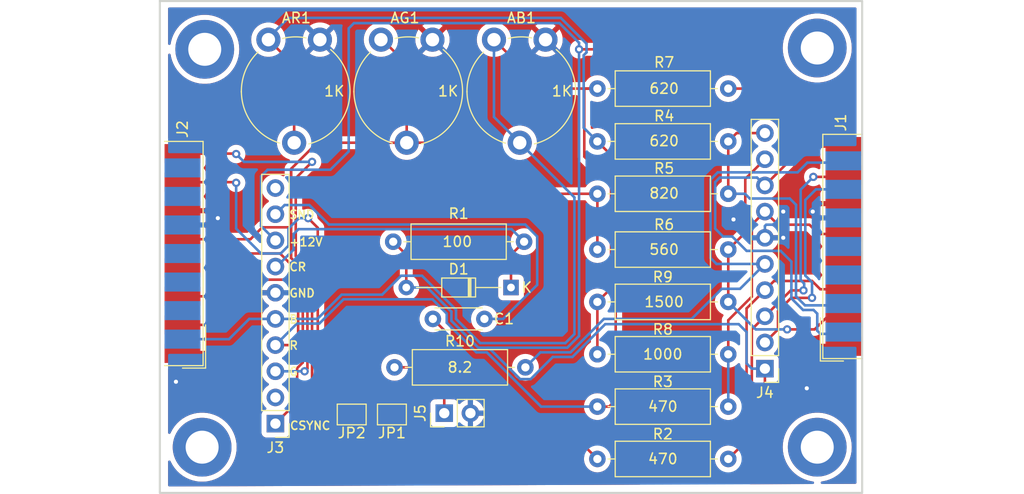
<source format=kicad_pcb>
(kicad_pcb (version 20221018) (generator pcbnew)
  (layers (0 "F.Cu" signal) (31 "B.Cu" signal) (34 "B.Paste" user) (35 "F.Paste" user) (36 "B.SilkS" user "B.Silkscreen") (37 "F.SilkS" user "F.Silkscreen") (38 "B.Mask" user) (39 "F.Mask" user) (44 "Edge.Cuts" user))
  (net 0 "")
  (net 1 "Audio")
  (net 2 "Net-(J5-Pin_1)")
  (net 3 "CR")
  (net 4 "+12V_T")
  (net 5 "XRGB4")
  (net 6 "SyncTTLLS")
  (net 8 "XRGB1")
  (net 9 "GNDB")
  (net 10 "-5V_T")
  (net 11 "XRGB2")
  (net 12 "XRGB8")
  (net 13 "-12V_T")
  (net 14 "+5V_T")
  (net 15 "R")
  (net 16 "CSYNC")
  (net 18 "G")
  (net 19 "-5V_R")
  (net 20 "+12V_R")
  (net 21 "B")
  (footprint "Connector_Dsub:DSUB-15_Female_EdgeMount_P2.77mm" (layer "F.Cu") (at 34.925 43.436805 -90)
    (fp_text reference "J2" (at -12.067805 0 90) (layer "F.SilkS"))
    (fp_text value "DA15_Plug_MountingHoles")
    (pad "1" smd rect (at 9.695 0 270) (size 1.846667 3.48) (layers "F.Cu" "F.Paste" "F.Mask") (net 9 "GNDB"))
    (pad "2" smd rect (at 6.925 0 270) (size 1.846667 3.48) (layers "F.Cu" "F.Paste" "F.Mask") (net 15 "R"))
    (pad "3" smd rect (at 4.155 0 270) (size 1.846667 3.48) (layers "F.Cu" "F.Paste" "F.Mask") (net 16 "CSYNC"))
    (pad "4" smd rect (at 1.385 0 270) (size 1.846667 3.48) (layers "F.Cu" "F.Paste" "F.Mask"))
    (pad "5" smd rect (at -1.385 0 270) (size 1.846667 3.48) (layers "F.Cu" "F.Paste" "F.Mask") (net 18 "G"))
    (pad "6" smd rect (at -4.155 0 270) (size 1.846667 3.48) (layers "F.Cu" "F.Paste" "F.Mask") (net 9 "GNDB"))
    (pad "7" smd rect (at -6.925 0 270) (size 1.846667 3.48) (layers "F.Cu" "F.Paste" "F.Mask") (net 19 "-5V_R"))
    (pad "8" smd rect (at -9.695 0 270) (size 1.846667 3.48) (layers "F.Cu" "F.Paste" "F.Mask") (net 20 "+12V_R"))
    (pad "9" smd rect (at 8.31 0 270) (size 1.846667 3.48) (layers "B.Cu" "B.Paste" "B.Mask") (net 21 "B"))
    (pad "10" smd rect (at 5.54 0 270) (size 1.846667 3.48) (layers "B.Cu" "B.Paste" "B.Mask"))
    (pad "11" smd rect (at 2.77 0 270) (size 1.846667 3.48) (layers "B.Cu" "B.Paste" "B.Mask"))
    (pad "12" smd rect (at 0 0 270) (size 1.846667 3.48) (layers "B.Cu" "B.Paste" "B.Mask"))
    (pad "13" smd rect (at -2.77 0 270) (size 1.846667 3.48) (layers "B.Cu" "B.Paste" "B.Mask") (net 9 "GNDB"))
    (pad "14" smd rect (at -5.54 0 270) (size 1.846667 3.48) (layers "B.Cu" "B.Paste" "B.Mask"))
    (pad "15" smd rect (at -8.31 0 270) (size 1.846667 3.48) (layers "B.Cu" "B.Paste" "B.Mask"))
  )
  (footprint "Capacitor_THT:C_Disc_D4.3mm_W1.9mm_P5.00mm" (layer "F.Cu") (at 64.222 49.784 180)
    (fp_text reference "C1" (at -1.905 0) (layer "F.SilkS"))
    (fp_text value "KSM104 (100nF)")
    (pad "1" thru_hole circle (at 0 0 180) (size 1.6 1.6) (drill 0.8) (layers "*.Cu" "*.Mask") (net 1 "Audio"))
    (pad "2" thru_hole circle (at 5 0 180) (size 1.6 1.6) (drill 0.8) (layers "*.Cu" "*.Mask") (net 2 "Net-(J5-Pin_1)"))
  )
  (footprint "Resistor_THT:R_Axial_DIN0309_L9.0mm_D3.2mm_P12.70mm_Horizontal" (layer "F.Cu") (at 55.372 42.291)
    (fp_text reference "R1" (at 6.35 -2.72) (layer "F.SilkS"))
    (fp_text value "100" (at 6.223 0) (layer "F.SilkS"))
    (pad "1" thru_hole circle (at 0 0) (size 1.6 1.6) (drill 0.8) (layers "*.Cu" "*.Mask") (net 4 "+12V_T"))
    (pad "2" thru_hole oval (at 12.7 0) (size 1.6 1.6) (drill 0.8) (layers "*.Cu" "*.Mask") (net 3 "CR"))
  )
  (footprint "Resistor_THT:R_Axial_DIN0309_L9.0mm_D3.2mm_P12.70mm_Horizontal" (layer "F.Cu") (at 87.884 43.053 180)
    (fp_text reference "R6" (at 6.223 2.413) (layer "F.SilkS"))
    (fp_text value "560" (at 6.223 0) (layer "F.SilkS"))
    (pad "1" thru_hole circle (at 0 0 180) (size 1.6 1.6) (drill 0.8) (layers "*.Cu" "*.Mask") (net 5 "XRGB4"))
    (pad "2" thru_hole oval (at 12.7 0 180) (size 1.6 1.6) (drill 0.8) (layers "*.Cu" "*.Mask") (net 18 "G"))
  )
  (footprint "MountingHole:MountingHole_3.2mm_M3_ISO7380_Pad" (layer "F.Cu") (at 96.52 23.495)
    (fp_text reference "REF**" hide)
    (fp_text value "MountingHole_3.2mm_M3_ISO7380_Pad" hide)
    (pad "1" thru_hole circle (at 0 0) (size 5.7 5.7) (drill 3.2) (layers "*.Cu" "*.Mask"))
  )
  (footprint "MountingHole:MountingHole_3.2mm_M3_ISO7380_Pad" (layer "F.Cu") (at 96.52 62.23)
    (fp_text reference "REF**" hide)
    (fp_text value "MountingHole_3.2mm_M3_ISO7380_Pad" hide)
    (pad "1" thru_hole circle (at 0 0) (size 5.7 5.7) (drill 3.2) (layers "*.Cu" "*.Mask"))
  )
  (footprint "Diode_THT:D_DO-34_SOD68_P10.16mm_Horizontal" (layer "F.Cu") (at 66.802 46.736 180)
    (fp_text reference "D1" (at 5.08 1.778) (layer "F.SilkS"))
    (fp_text value "D_Zener")
    (fp_text user "K" (at -1.524 0) (layer "F.SilkS"))
    (pad "1" thru_hole rect (at 0 0 180) (size 1.5 1.5) (drill 0.75) (layers "*.Cu" "*.Mask") (net 3 "CR"))
    (pad "2" thru_hole oval (at 10.16 0 180) (size 1.5 1.5) (drill 0.75) (layers "*.Cu" "*.Mask") (net 4 "+12V_T"))
  )
  (footprint "Jumper:SolderJumper-2_P1.3mm_Open_TrianglePad1.0x1.5mm" (layer "F.Cu") (at 51.345 59.055 180)
    (fp_text reference "JP2" (at 0 -1.8) (layer "F.SilkS"))
    (fp_text value "Jumper_2_Open")
    (pad "1" smd custom (at -0.725 0 180) (size 0.3 0.3) (layers "F.Cu" "F.Mask") (net 4 "+12V_T") (options (clearance outline) (anchor rect)) (primitives (gr_poly (pts (xy 1 0) (xy 0.5 0.75) (xy -0.5 0.75) (xy -0.5 -0.75) (xy 0.5 -0.75)) (width 0) (fill yes))))
    (pad "2" smd custom (at 0.725 0 180) (size 0.3 0.3) (layers "F.Cu" "F.Mask") (net 20 "+12V_R") (options (clearance outline) (anchor rect)) (primitives (gr_poly (pts (xy 0.5 0.75) (xy -0.65 0.75) (xy -0.15 0) (xy -0.65 -0.75) (xy 0.5 -0.75)) (width 0) (fill yes))))
  )
  (footprint "Potentiometer_THT:Potentiometer_Piher_PT-10-V10_Vertical" (layer "F.Cu") (at 54.182 22.686 -90)
    (fp_text reference "AG1" (at -2.112 -2.333) (layer "F.SilkS"))
    (fp_text value "1K" (at 5 -6.524) (layer "F.SilkS"))
    (pad "1" thru_hole circle (at 0 0 270) (size 2.34 2.34) (drill 1.3) (layers "*.Cu" "*.Mask") (net 18 "G"))
    (pad "2" thru_hole circle (at 10 -2.5 270) (size 2.34 2.34) (drill 1.3) (layers "*.Cu" "*.Mask") (net 18 "G"))
    (pad "3" thru_hole circle (at 0 -5 270) (size 2.34 2.34) (drill 1.3) (layers "*.Cu" "*.Mask") (net 9 "GNDB"))
  )
  (footprint "Connector_Dsub:DSUB-15_Male_EdgeMount_P2.77mm" (layer "F.Cu") (at 99.06 42.751 90)
    (fp_text reference "J1" (at 12.017 -0.254 90) (layer "F.SilkS"))
    (fp_text value "DA15_Plug_MountingHoles")
    (pad "1" smd rect (at -9.695 0 90) (size 1.846667 3.48) (layers "F.Cu" "F.Paste" "F.Mask") (net 9 "GNDB"))
    (pad "2" smd rect (at -6.925 0 90) (size 1.846667 3.48) (layers "F.Cu" "F.Paste" "F.Mask") (net 5 "XRGB4"))
    (pad "3" smd rect (at -4.155 0 90) (size 1.846667 3.48) (layers "F.Cu" "F.Paste" "F.Mask") (net 6 "SyncTTLLS"))
    (pad "4" smd rect (at -1.385 0 90) (size 1.846667 3.48) (layers "F.Cu" "F.Paste" "F.Mask"))
    (pad "5" smd rect (at 1.385 0 90) (size 1.846667 3.48) (layers "F.Cu" "F.Paste" "F.Mask") (net 8 "XRGB1"))
    (pad "6" smd rect (at 4.155 0 90) (size 1.846667 3.48) (layers "F.Cu" "F.Paste" "F.Mask") (net 9 "GNDB"))
    (pad "7" smd rect (at 6.925 0 90) (size 1.846667 3.48) (layers "F.Cu" "F.Paste" "F.Mask") (net 10 "-5V_T"))
    (pad "8" smd rect (at 9.695 0 90) (size 1.846667 3.48) (layers "F.Cu" "F.Paste" "F.Mask") (net 4 "+12V_T"))
    (pad "9" smd rect (at -8.31 0 90) (size 1.846667 3.48) (layers "B.Cu" "B.Paste" "B.Mask") (net 11 "XRGB2"))
    (pad "10" smd rect (at -5.54 0 90) (size 1.846667 3.48) (layers "B.Cu" "B.Paste" "B.Mask") (net 12 "XRGB8"))
    (pad "11" smd rect (at -2.77 0 90) (size 1.846667 3.48) (layers "B.Cu" "B.Paste" "B.Mask"))
    (pad "12" smd rect (at 0 0 90) (size 1.846667 3.48) (layers "B.Cu" "B.Paste" "B.Mask"))
    (pad "13" smd rect (at 2.77 0 90) (size 1.846667 3.48) (layers "B.Cu" "B.Paste" "B.Mask") (net 9 "GNDB"))
    (pad "14" smd rect (at 5.54 0 90) (size 1.846667 3.48) (layers "B.Cu" "B.Paste" "B.Mask") (net 13 "-12V_T"))
    (pad "15" smd rect (at 8.31 0 90) (size 1.846667 3.48) (layers "B.Cu" "B.Paste" "B.Mask") (net 14 "+5V_T"))
  )
  (footprint "Resistor_THT:R_Axial_DIN0309_L9.0mm_D3.2mm_P12.70mm_Horizontal" (layer "F.Cu") (at 87.884 58.293 180)
    (fp_text reference "R3" (at 6.35 2.413) (layer "F.SilkS"))
    (fp_text value "470" (at 6.35 0) (layer "F.SilkS"))
    (pad "1" thru_hole circle (at 0 0 180) (size 1.6 1.6) (drill 0.8) (layers "*.Cu" "*.Mask") (net 8 "XRGB1"))
    (pad "2" thru_hole oval (at 12.7 0 180) (size 1.6 1.6) (drill 0.8) (layers "*.Cu" "*.Mask") (net 15 "R"))
  )
  (footprint "Resistor_THT:R_Axial_DIN0309_L9.0mm_D3.2mm_P12.70mm_Horizontal" (layer "F.Cu") (at 87.884 37.639805 180)
    (fp_text reference "R5" (at 6.223 2.460805) (layer "F.SilkS"))
    (fp_text value "820" (at 6.223 0.047805) (layer "F.SilkS"))
    (pad "1" thru_hole circle (at 0 0 180) (size 1.6 1.6) (drill 0.8) (layers "*.Cu" "*.Mask") (net 12 "XRGB8"))
    (pad "2" thru_hole oval (at 12.7 0 180) (size 1.6 1.6) (drill 0.8) (layers "*.Cu" "*.Mask") (net 18 "G"))
  )
  (footprint "Resistor_THT:R_Axial_DIN0309_L9.0mm_D3.2mm_P12.70mm_Horizontal" (layer "F.Cu") (at 55.499 54.483)
    (fp_text reference "R10" (at 6.35 -2.54) (layer "F.SilkS"))
    (fp_text value "8.2" (at 6.35 0) (layer "F.SilkS"))
    (pad "1" thru_hole circle (at 0 0) (size 1.6 1.6) (drill 0.8) (layers "*.Cu" "*.Mask") (net 2 "Net-(J5-Pin_1)"))
    (pad "2" thru_hole oval (at 12.7 0) (size 1.6 1.6) (drill 0.8) (layers "*.Cu" "*.Mask") (net 14 "+5V_T"))
  )
  (footprint "Potentiometer_THT:Potentiometer_Piher_PT-10-V10_Vertical" (layer "F.Cu") (at 65.151 22.686 -90)
    (fp_text reference "AB1" (at -2.112 -2.667 -180) (layer "F.SilkS"))
    (fp_text value "1K" (at 5 -6.604 -180) (layer "F.SilkS"))
    (pad "1" thru_hole circle (at 0 0 270) (size 2.34 2.34) (drill 1.3) (layers "*.Cu" "*.Mask") (net 21 "B"))
    (pad "2" thru_hole circle (at 10 -2.5 270) (size 2.34 2.34) (drill 1.3) (layers "*.Cu" "*.Mask") (net 21 "B"))
    (pad "3" thru_hole circle (at 0 -5 270) (size 2.34 2.34) (drill 1.3) (layers "*.Cu" "*.Mask") (net 9 "GNDB"))
  )
  (footprint "Connector_PinHeader_2.54mm:PinHeader_1x02_P2.54mm_Vertical" (layer "F.Cu") (at 60.325 58.928 90)
    (fp_text reference "J5" (at 0 -2.33 90) (layer "F.SilkS"))
    (fp_text value "Conn_01x02_Pin")
    (pad "1" thru_hole rect (at 0 0 90) (size 1.7 1.7) (drill 1) (layers "*.Cu" "*.Mask") (net 2 "Net-(J5-Pin_1)"))
    (pad "2" thru_hole oval (at 0 2.54 90) (size 1.7 1.7) (drill 1) (layers "*.Cu" "*.Mask") (net 9 "GNDB"))
  )
  (footprint "Resistor_THT:R_Axial_DIN0309_L9.0mm_D3.2mm_P12.70mm_Horizontal" (layer "F.Cu") (at 87.884 27.432 180)
    (fp_text reference "R7" (at 6.223 2.54) (layer "F.SilkS"))
    (fp_text value "620" (at 6.223 0) (layer "F.SilkS"))
    (pad "1" thru_hole circle (at 0 0 180) (size 1.6 1.6) (drill 0.8) (layers "*.Cu" "*.Mask") (net 11 "XRGB2"))
    (pad "2" thru_hole oval (at 12.7 0 180) (size 1.6 1.6) (drill 0.8) (layers "*.Cu" "*.Mask") (net 21 "B"))
  )
  (footprint "MountingHole:MountingHole_3.2mm_M3_ISO7380_Pad" (layer "F.Cu") (at 37.084 23.622)
    (fp_text reference "REF**" hide)
    (fp_text value "MountingHole_3.2mm_M3_ISO7380_Pad")
    (pad "1" thru_hole circle (at 0 0) (size 5.7 5.7) (drill 3.2) (layers "*.Cu" "*.Mask"))
  )
  (footprint "Connector_PinHeader_2.54mm:PinHeader_1x10_P2.54mm_Vertical" (layer "F.Cu") (at 43.942 59.944 180)
    (fp_text reference "J3" (at 0 -2.33) (layer "F.SilkS"))
    (fp_text value "Conn_01x10_Pin")
    (pad "1" thru_hole rect (at 0 0 180) (size 1.7 1.7) (drill 1) (layers "*.Cu" "*.Mask") (net 16 "CSYNC"))
    (pad "2" thru_hole oval (at 0 2.54 180) (size 1.7 1.7) (drill 1) (layers "*.Cu" "*.Mask"))
    (pad "3" thru_hole oval (at 0 5.08 180) (size 1.7 1.7) (drill 1) (layers "*.Cu" "*.Mask") (net 18 "G"))
    (pad "4" thru_hole oval (at 0 7.62 180) (size 1.7 1.7) (drill 1) (layers "*.Cu" "*.Mask") (net 15 "R"))
    (pad "5" thru_hole oval (at 0 10.16 180) (size 1.7 1.7) (drill 1) (layers "*.Cu" "*.Mask") (net 21 "B"))
    (pad "6" thru_hole oval (at 0 12.7 180) (size 1.7 1.7) (drill 1) (layers "*.Cu" "*.Mask") (net 9 "GNDB"))
    (pad "7" thru_hole oval (at 0 15.24 180) (size 1.7 1.7) (drill 1) (layers "*.Cu" "*.Mask") (net 3 "CR"))
    (pad "8" thru_hole oval (at 0 17.78 180) (size 1.7 1.7) (drill 1) (layers "*.Cu" "*.Mask") (net 4 "+12V_T"))
    (pad "9" thru_hole oval (at 0 20.32 180) (size 1.7 1.7) (drill 1) (layers "*.Cu" "*.Mask") (net 1 "Audio"))
    (pad "10" thru_hole oval (at 0 22.86 180) (size 1.7 1.7) (drill 1) (layers "*.Cu" "*.Mask"))
  )
  (footprint "Resistor_THT:R_Axial_DIN0309_L9.0mm_D3.2mm_P12.70mm_Horizontal" (layer "F.Cu") (at 87.884 32.559805 180)
    (fp_text reference "R4" (at 6.223 2.460805) (layer "F.SilkS"))
    (fp_text value "620" (at 6.223 0.047805) (layer "F.SilkS"))
    (pad "1" thru_hole circle (at 0 0 180) (size 1.6 1.6) (drill 0.8) (layers "*.Cu" "*.Mask") (net 12 "XRGB8"))
    (pad "2" thru_hole oval (at 12.7 0 180) (size 1.6 1.6) (drill 0.8) (layers "*.Cu" "*.Mask") (net 15 "R"))
  )
  (footprint "Potentiometer_THT:Potentiometer_Piher_PT-10-V10_Vertical" (layer "F.Cu") (at 43.26 22.686 -90)
    (fp_text reference "AR1" (at -2.112 -2.714 -180) (layer "F.SilkS"))
    (fp_text value "1K" (at 5 -6.397 180) (layer "F.SilkS"))
    (pad "1" thru_hole circle (at 0 0 270) (size 2.34 2.34) (drill 1.3) (layers "*.Cu" "*.Mask") (net 15 "R"))
    (pad "2" thru_hole circle (at 10 -2.5 270) (size 2.34 2.34) (drill 1.3) (layers "*.Cu" "*.Mask") (net 15 "R"))
    (pad "3" thru_hole circle (at 0 -5 270) (size 2.34 2.34) (drill 1.3) (layers "*.Cu" "*.Mask") (net 9 "GNDB"))
  )
  (footprint "Jumper:SolderJumper-2_P1.3mm_Open_TrianglePad1.0x1.5mm" (layer "F.Cu") (at 55.245 59.055 180)
    (fp_text reference "JP1" (at 0 -1.8) (layer "F.SilkS"))
    (fp_text value "Jumper_2_Open")
    (pad "1" smd custom (at -0.725 0 180) (size 0.3 0.3) (layers "F.Cu" "F.Mask") (net 10 "-5V_T") (options (clearance outline) (anchor rect)) (primitives (gr_poly (pts (xy 1 0) (xy 0.5 0.75) (xy -0.5 0.75) (xy -0.5 -0.75) (xy 0.5 -0.75)) (width 0) (fill yes))))
    (pad "2" smd custom (at 0.725 0 180) (size 0.3 0.3) (layers "F.Cu" "F.Mask") (net 19 "-5V_R") (options (clearance outline) (anchor rect)) (primitives (gr_poly (pts (xy 0.5 0.75) (xy -0.65 0.75) (xy -0.15 0) (xy -0.65 -0.75) (xy 0.5 -0.75)) (width 0) (fill yes))))
  )
  (footprint "Resistor_THT:R_Axial_DIN0309_L9.0mm_D3.2mm_P12.70mm_Horizontal" (layer "F.Cu") (at 87.884 48.133 180)
    (fp_text reference "R9" (at 6.35 2.413) (layer "F.SilkS"))
    (fp_text value "1500" (at 6.223 0) (layer "F.SilkS"))
    (pad "1" thru_hole circle (at 0 0 180) (size 1.6 1.6) (drill 0.8) (layers "*.Cu" "*.Mask") (net 5 "XRGB4"))
    (pad "2" thru_hole oval (at 12.7 0 180) (size 1.6 1.6) (drill 0.8) (layers "*.Cu" "*.Mask") (net 21 "B"))
  )
  (footprint "Connector_PinHeader_2.54mm:PinHeader_1x10_P2.54mm_Vertical" (layer "F.Cu") (at 91.44 54.61 180)
    (fp_text reference "J4" (at 0 -2.33) (layer "F.SilkS"))
    (fp_text value "Conn_01x10_Pin")
    (pad "1" thru_hole rect (at 0 0 180) (size 1.7 1.7) (drill 1) (layers "*.Cu" "*.Mask") (net 4 "+12V_T"))
    (pad "2" thru_hole oval (at 0 2.54 180) (size 1.7 1.7) (drill 1) (layers "*.Cu" "*.Mask") (net 13 "-12V_T"))
    (pad "3" thru_hole oval (at 0 5.08 180) (size 1.7 1.7) (drill 1) (layers "*.Cu" "*.Mask") (net 10 "-5V_T"))
    (pad "4" thru_hole oval (at 0 7.62 180) (size 1.7 1.7) (drill 1) (layers "*.Cu" "*.Mask") (net 6 "SyncTTLLS"))
    (pad "5" thru_hole oval (at 0 10.16 180) (size 1.7 1.7) (drill 1) (layers "*.Cu" "*.Mask") (net 14 "+5V_T"))
    (pad "6" thru_hole oval (at 0 12.7 180) (size 1.7 1.7) (drill 1) (layers "*.Cu" "*.Mask") (net 9 "GNDB"))
    (pad "7" thru_hole oval (at 0 15.24 180) (size 1.7 1.7) (drill 1) (layers "*.Cu" "*.Mask") (net 8 "XRGB1"))
    (pad "8" thru_hole oval (at 0 17.78 180) (size 1.7 1.7) (drill 1) (layers "*.Cu" "*.Mask") (net 11 "XRGB2"))
    (pad "9" thru_hole oval (at 0 20.32 180) (size 1.7 1.7) (drill 1) (layers "*.Cu" "*.Mask") (net 5 "XRGB4"))
    (pad "10" thru_hole oval (at 0 22.86 180) (size 1.7 1.7) (drill 1) (layers "*.Cu" "*.Mask") (net 12 "XRGB8"))
  )
  (footprint "Resistor_THT:R_Axial_DIN0309_L9.0mm_D3.2mm_P12.70mm_Horizontal" (layer "F.Cu") (at 87.884 63.373 180)
    (fp_text reference "R2" (at 6.35 2.413) (layer "F.SilkS"))
    (fp_text value "470" (at 6.35 0) (layer "F.SilkS"))
    (pad "1" thru_hole circle (at 0 0 180) (size 1.6 1.6) (drill 0.8) (layers "*.Cu" "*.Mask") (net 6 "SyncTTLLS"))
    (pad "2" thru_hole oval (at 12.7 0 180) (size 1.6 1.6) (drill 0.8) (layers "*.Cu" "*.Mask") (net 16 "CSYNC"))
  )
  (footprint "Resistor_THT:R_Axial_DIN0309_L9.0mm_D3.2mm_P12.70mm_Horizontal" (layer "F.Cu") (at 87.884 53.213 180)
    (fp_text reference "R8" (at 6.35 2.413) (layer "F.SilkS"))
    (fp_text value "1000" (at 6.35 0) (layer "F.SilkS"))
    (pad "1" thru_hole circle (at 0 0 180) (size 1.6 1.6) (drill 0.8) (layers "*.Cu" "*.Mask") (net 8 "XRGB1"))
    (pad "2" thru_hole oval (at 12.7 0 180) (size 1.6 1.6) (drill 0.8) (layers "*.Cu" "*.Mask") (net 21 "B"))
  )
  (footprint "MountingHole:MountingHole_3.2mm_M3_ISO7380_Pad" (layer "F.Cu") (at 36.83 62.23)
    (fp_text reference "REF**" hide)
    (fp_text value "MountingHole_3.2mm_M3_ISO7380_Pad" hide)
    (pad "1" thru_hole circle (at 0 0) (size 5.7 5.7) (drill 3.2) (layers "*.Cu" "*.Mask"))
  )
  (gr_rect (start 32.726805 18.936805) (end 100.876805 66.666805) (stroke (width 0.2)) (fill none) (layer "Edge.Cuts"))
  (gr_text "B" (at 45.212 50.292) (layer "F.SilkS") (effects (font (size 0.8 0.8) (thickness 0.15) bold) (justify left bottom)))
  (gr_text "CR" (at 45.212 45.212) (layer "F.SilkS") (effects (font (size 0.8 0.8) (thickness 0.15) bold) (justify left bottom)))
  (gr_text "SND" (at 45.212 40.132) (layer "F.SilkS") (effects (font (size 0.8 0.8) (thickness 0.15) bold) (justify left bottom)))
  (gr_text "GND" (at 45.212 47.752) (layer "F.SilkS") (effects (font (size 0.8 0.8) (thickness 0.15) bold) (justify left bottom)))
  (gr_text "G" (at 45.212 55.372) (layer "F.SilkS") (effects (font (size 0.8 0.8) (thickness 0.15) bold) (justify left bottom)))
  (gr_text "R" (at 45.212 52.832) (layer "F.SilkS") (effects (font (size 0.8 0.8) (thickness 0.15) bold) (justify left bottom)))
  (gr_text "+12V" (at 45.212 42.799) (layer "F.SilkS") (effects (font (size 0.8 0.8) (thickness 0.15) bold) (justify left bottom)))
  (gr_text "CSYNC\n" (at 45.272 60.609) (layer "F.SilkS") (effects (font (size 0.8 0.8) (thickness 0.15) bold) (justify left bottom)))
  (segment (start 47.244 38.735) (end 49.132 40.623) (width 0.25) (layer "B.Cu") (net 1))
  (segment (start 69.342 46.482) (end 66.04 49.784) (width 0.25) (layer "B.Cu") (net 1))
  (segment (start 69.342 41.783) (end 69.342 46.482) (width 0.25) (layer "B.Cu") (net 1))
  (segment (start 66.04 49.784) (end 64.222 49.784) (width 0.25) (layer "B.Cu") (net 1))
  (segment (start 43.942 39.624) (end 44.831 38.735) (width 0.25) (layer "B.Cu") (net 1))
  (segment (start 44.831 38.735) (end 47.244 38.735) (width 0.25) (layer "B.Cu") (net 1))
  (segment (start 68.182 40.623) (end 69.342 41.783) (width 0.25) (layer "B.Cu") (net 1))
  (segment (start 49.132 40.623) (end 68.182 40.623) (width 0.25) (layer "B.Cu") (net 1))
  (segment (start 59.222 49.784) (end 60.325 50.887) (width 0.25) (layer "F.Cu") (net 2))
  (segment (start 60.325 50.887) (end 60.325 54.483) (width 0.25) (layer "F.Cu") (net 2))
  (segment (start 60.325 58.928) (end 60.325 54.483) (width 0.25) (layer "F.Cu") (net 2))
  (segment (start 60.325 54.483) (end 55.499 54.483) (width 0.25) (layer "F.Cu") (net 2))
  (segment (start 68.072 42.291) (end 66.802 43.561) (width 0.25) (layer "F.Cu") (net 3))
  (segment (start 66.802 43.561) (end 66.802 46.736) (width 0.25) (layer "F.Cu") (net 3))
  (segment (start 44.069 44.704) (end 45.72 43.053) (width 0.25) (layer "B.Cu") (net 3))
  (segment (start 43.942 44.704) (end 44.069 44.704) (width 0.25) (layer "B.Cu") (net 3))
  (segment (start 45.72 43.053) (end 45.72 41.529) (width 0.25) (layer "B.Cu") (net 3))
  (segment (start 66.854 41.073) (end 68.072 42.291) (width 0.25) (layer "B.Cu") (net 3))
  (segment (start 45.72 41.529) (end 46.176 41.073) (width 0.25) (layer "B.Cu") (net 3))
  (segment (start 46.176 41.073) (end 66.854 41.073) (width 0.25) (layer "B.Cu") (net 3))
  (segment (start 94.107 31.496) (end 95.667 33.056) (width 0.25) (layer "F.Cu") (net 4))
  (segment (start 89.027 23.622) (end 94.107 28.702) (width 0.25) (layer "F.Cu") (net 4))
  (segment (start 73.406 23.622) (end 89.027 23.622) (width 0.25) (layer "F.Cu") (net 4))
  (segment (start 53.843 61.41) (end 76.013604 61.41) (width 0.25) (layer "F.Cu") (net 4))
  (segment (start 91.44 56.134) (end 91.44 54.61) (width 0.25) (layer "F.Cu") (net 4))
  (segment (start 55.372 42.291) (end 56.642 43.561) (width 0.25) (layer "F.Cu") (net 4))
  (segment (start 56.642 43.561) (end 56.642 46.736) (width 0.25) (layer "F.Cu") (net 4))
  (segment (start 52.07 59.055) (end 52.07 59.637) (width 0.25) (layer "F.Cu") (net 4))
  (segment (start 90.62 64.066) (end 90.62 56.954) (width 0.25) (layer "F.Cu") (net 4))
  (segment (start 52.07 59.637) (end 53.843 61.41) (width 0.25) (layer "F.Cu") (net 4))
  (segment (start 76.013604 61.41) (end 80.204604 65.601) (width 0.25) (layer "F.Cu") (net 4))
  (segment (start 90.62 56.954) (end 91.44 56.134) (width 0.25) (layer "F.Cu") (net 4))
  (segment (start 94.107 28.702) (end 94.107 31.496) (width 0.25) (layer "F.Cu") (net 4))
  (segment (start 95.667 33.056) (end 99.06 33.056) (width 0.25) (layer "F.Cu") (net 4))
  (segment (start 89.085 65.601) (end 90.62 64.066) (width 0.25) (layer "F.Cu") (net 4))
  (segment (start 80.204604 65.601) (end 89.085 65.601) (width 0.25) (layer "F.Cu") (net 4))
  (via (at 73.406 23.622) (size 0.8) (drill 0.4) (layers "F.Cu" "B.Cu") (net 4))
  (segment (start 72.76 53.478) (end 75.946 50.292) (width 0.25) (layer "B.Cu") (net 4))
  (segment (start 73.406 22.987) (end 71.501 21.082) (width 0.25) (layer "B.Cu") (net 4))
  (segment (start 63.628396 52.578) (end 72.264396 52.578) (width 0.25) (layer "B.Cu") (net 4))
  (segment (start 73.406 51.436396) (end 73.406 23.622) (width 0.25) (layer "B.Cu") (net 4))
  (segment (start 70.855 53.478) (end 72.76 53.478) (width 0.25) (layer "B.Cu") (net 4))
  (segment (start 71.501 21.082) (end 51.561515 21.082) (width 0.25) (layer "B.Cu") (net 4))
  (segment (start 61.018 49.081396) (end 61.018 49.967604) (width 0.25) (layer "B.Cu") (net 4))
  (segment (start 88.9 50.292) (end 89.662 51.054) (width 0.25) (layer "B.Cu") (net 4))
  (segment (start 64.643 52.578) (end 67.691 55.626) (width 0.25) (layer "B.Cu") (net 4))
  (segment (start 75.946 50.292) (end 88.9 50.292) (width 0.25) (layer "B.Cu") (net 4))
  (segment (start 64.516 52.578) (end 64.643 52.578) (width 0.25) (layer "B.Cu") (net 4))
  (segment (start 73.406 23.622) (end 73.406 22.987) (width 0.25) (layer "B.Cu") (net 4))
  (segment (start 42.545 40.767) (end 43.942 42.164) (width 0.25) (layer "B.Cu") (net 4))
  (segment (start 51.054 33.528) (end 49.276 35.306) (width 0.25) (layer "B.Cu") (net 4))
  (segment (start 67.691 55.626) (end 68.707 55.626) (width 0.25) (layer "B.Cu") (net 4))
  (segment (start 42.545 35.941) (end 42.545 40.767) (width 0.25) (layer "B.Cu") (net 4))
  (segment (start 56.642 46.736) (end 58.672604 46.736) (width 0.25) (layer "B.Cu") (net 4))
  (segment (start 72.264396 52.578) (end 73.406 51.436396) (width 0.25) (layer "B.Cu") (net 4))
  (segment (start 49.276 35.306) (end 43.18 35.306) (width 0.25) (layer "B.Cu") (net 4))
  (segment (start 89.662 54.102) (end 90.17 54.61) (width 0.25) (layer "B.Cu") (net 4))
  (segment (start 68.707 55.626) (end 70.855 53.478) (width 0.25) (layer "B.Cu") (net 4))
  (segment (start 61.018 49.967604) (end 63.628396 52.578) (width 0.25) (layer "B.Cu") (net 4))
  (segment (start 51.054 21.589515) (end 51.054 33.528) (width 0.25) (layer "B.Cu") (net 4))
  (segment (start 89.662 51.054) (end 89.662 54.102) (width 0.25) (layer "B.Cu") (net 4))
  (segment (start 58.672604 46.736) (end 61.018 49.081396) (width 0.25) (layer "B.Cu") (net 4))
  (segment (start 90.17 54.61) (end 91.44 54.61) (width 0.25) (layer "B.Cu") (net 4))
  (segment (start 51.561515 21.082) (end 51.054 21.589515) (width 0.25) (layer "B.Cu") (net 4))
  (segment (start 43.18 35.306) (end 42.545 35.941) (width 0.25) (layer "B.Cu") (net 4))
  (segment (start 97.39 49.676) (end 99.06 49.676) (width 0.25) (layer "F.Cu") (net 5))
  (segment (start 91.44 34.29) (end 89.535 36.195) (width 0.25) (layer "F.Cu") (net 5))
  (segment (start 89.535 36.195) (end 89.535 41.402) (width 0.25) (layer "F.Cu") (net 5))
  (segment (start 96.266 50.8) (end 97.39 49.676) (width 0.25) (layer "F.Cu") (net 5))
  (segment (start 93.599 50.8) (end 96.266 50.8) (width 0.25) (layer "F.Cu") (net 5))
  (segment (start 89.535 41.402) (end 87.884 43.053) (width 0.25) (layer "F.Cu") (net 5))
  (segment (start 87.884 43.053) (end 87.884 48.133) (width 0.25) (layer "F.Cu") (net 5))
  (via (at 93.599 50.8) (size 0.8) (drill 0.4) (layers "F.Cu" "B.Cu") (net 5))
  (segment (start 90.551 50.8) (end 87.884 48.133) (width 0.25) (layer "B.Cu") (net 5))
  (segment (start 93.599 50.8) (end 90.551 50.8) (width 0.25) (layer "B.Cu") (net 5))
  (segment (start 96.817 46.906) (end 99.06 46.906) (width 0.25) (layer "F.Cu") (net 6))
  (segment (start 92.329 46.101) (end 96.012 46.101) (width 0.25) (layer "F.Cu") (net 6))
  (segment (start 96.012 46.101) (end 96.817 46.906) (width 0.25) (layer "F.Cu") (net 6))
  (segment (start 89.662 61.595) (end 89.662 48.768) (width 0.25) (layer "F.Cu") (net 6))
  (segment (start 91.44 46.99) (end 92.329 46.101) (width 0.25) (layer "F.Cu") (net 6))
  (segment (start 89.662 48.768) (end 91.44 46.99) (width 0.25) (layer "F.Cu") (net 6))
  (segment (start 87.884 63.373) (end 89.662 61.595) (width 0.25) (layer "F.Cu") (net 6))
  (segment (start 87.884 49.909604) (end 87.884 53.213) (width 0.25) (layer "F.Cu") (net 8))
  (segment (start 90.17 47.623604) (end 87.884 49.909604) (width 0.25) (layer "F.Cu") (net 8))
  (segment (start 91.44 39.37) (end 92.71 40.64) (width 0.25) (layer "F.Cu") (net 8))
  (segment (start 95.758 40.64) (end 96.659 41.541) (width 0.25) (layer "F.Cu") (net 8))
  (segment (start 91.44 39.37) (end 90.17 40.64) (width 0.25) (layer "F.Cu") (net 8))
  (segment (start 96.659 41.541) (end 98.9555 41.541) (width 0.25) (layer "F.Cu") (net 8))
  (segment (start 92.71 40.64) (end 95.758 40.64) (width 0.25) (layer "F.Cu") (net 8))
  (segment (start 90.17 40.64) (end 90.17 47.623604) (width 0.25) (layer "F.Cu") (net 8))
  (segment (start 87.884 58.293) (end 87.884 53.213) (width 0.25) (layer "B.Cu") (net 8))
  (segment (start 38.746 52.821) (end 38.435195 53.131805) (width 0.25) (layer "F.Cu") (net 9))
  (segment (start 96.083219 39.37) (end 96.857219 38.596) (width 0.25) (layer "F.Cu") (net 9))
  (segment (start 38.746 47.614) (end 38.746 52.821) (width 0.25) (layer "F.Cu") (net 9))
  (segment (start 38.354 40.005) (end 37.630805 39.281805) (width 0.25) (layer "F.Cu") (net 9))
  (segment (start 39.116 47.244) (end 38.746 47.614) (width 0.25) (layer "F.Cu") (net 9))
  (segment (start 37.630805 39.281805) (end 34.925 39.281805) (width 0.25) (layer "F.Cu") (net 9))
  (segment (start 93.218 39.37) (end 96.083219 39.37) (width 0.25) (layer "F.Cu") (net 9))
  (segment (start 38.435195 53.131805) (end 34.925 53.131805) (width 0.25) (layer "F.Cu") (net 9))
  (segment (start 34.29 55.88) (end 34.29 53.766805) (width 0.25) (layer "F.Cu") (net 9))
  (segment (start 93.218 41.91) (end 91.44 41.91) (width 0.25) (layer "F.Cu") (net 9))
  (segment (start 43.942 47.244) (end 39.116 47.244) (width 0.25) (layer "F.Cu") (net 9))
  (segment (start 96.857219 38.596) (end 99.06 38.596) (width 0.25) (layer "F.Cu") (net 9))
  (segment (start 34.29 53.766805) (end 34.925 53.131805) (width 0.25) (layer "F.Cu") (net 9))
  (segment (start 34.572046 53.131805) (end 34.925 53.131805) (width 0.25) (layer "F.Cu") (net 9))
  (via (at 95.504 56.515) (size 0.8) (drill 0.4) (layers "F.Cu" "B.Cu") (net 9))
  (via (at 96.083219 39.37) (size 0.8) (drill 0.4) (layers "F.Cu" "B.Cu") (net 9))
  (via (at 88.392 40.132) (size 0.8) (drill 0.4) (layers "F.Cu" "B.Cu") (net 9))
  (via (at 93.218 39.37) (size 0.8) (drill 0.4) (layers "F.Cu" "B.Cu") (net 9))
  (via (at 38.354 40.005) (size 0.8) (drill 0.4) (layers "F.Cu" "B.Cu") (net 9))
  (via (at 34.29 55.88) (size 0.8) (drill 0.4) (layers "F.Cu" "B.Cu") (net 9))
  (via (at 93.218 41.91) (size 0.8) (drill 0.4) (layers "F.Cu" "B.Cu") (net 9))
  (segment (start 37.692195 40.666805) (end 34.925 40.666805) (width 0.25) (layer "B.Cu") (net 9))
  (segment (start 96.75 39.981) (end 99.06 39.981) (width 0.25) (layer "B.Cu") (net 9))
  (segment (start 91.44 40.767) (end 91.44 41.91) (width 0.25) (layer "B.Cu") (net 9))
  (segment (start 96.083219 39.37) (end 96.139 39.37) (width 0.25) (layer "B.Cu") (net 9))
  (segment (start 96.139 39.37) (end 96.75 39.981) (width 0.25) (layer "B.Cu") (net 9))
  (segment (start 93.218 39.37) (end 93.218 40.386) (width 0.25) (layer "B.Cu") (net 9))
  (segment (start 92.964 40.64) (end 91.567 40.64) (width 0.25) (layer "B.Cu") (net 9))
  (segment (start 93.218 40.386) (end 92.964 40.64) (width 0.25) (layer "B.Cu") (net 9))
  (segment (start 91.567 40.64) (end 91.44 40.767) (width 0.25) (layer "B.Cu") (net 9))
  (segment (start 38.354 40.005) (end 37.692195 40.666805) (width 0.25) (layer "B.Cu") (net 9))
  (segment (start 80.391 65.151) (end 88.898604 65.151) (width 0.25) (layer "F.Cu") (net 10))
  (segment (start 88.898604 65.151) (end 90.17 63.879604) (width 0.25) (layer "F.Cu") (net 10))
  (segment (start 76.2 60.96) (end 80.391 65.151) (width 0.25) (layer "F.Cu") (net 10))
  (segment (start 95.183219 47.017) (end 93.953 47.017) (width 0.25) (layer "F.Cu") (net 10))
  (segment (start 90.17 50.8) (end 91.44 49.53) (width 0.25) (layer "F.Cu") (net 10))
  (segment (start 55.97 59.055) (end 57.875 60.96) (width 0.25) (layer "F.Cu") (net 10))
  (segment (start 57.875 60.96) (end 76.2 60.96) (width 0.25) (layer "F.Cu") (net 10))
  (segment (start 93.953 47.017) (end 91.44 49.53) (width 0.25) (layer "F.Cu") (net 10))
  (segment (start 96.139 36.001) (end 98.9555 36.001) (width 0.25) (layer "F.Cu") (net 10))
  (segment (start 90.17 63.879604) (end 90.17 50.8) (width 0.25) (layer "F.Cu") (net 10))
  (via (at 95.183219 47.017) (size 0.8) (drill 0.4) (layers "F.Cu" "B.Cu") (net 10))
  (via (at 96.139 36.001) (size 0.8) (drill 0.4) (layers "F.Cu" "B.Cu") (net 10))
  (segment (start 94.908719 46.013719) (end 95.25 46.355) (width 0.25) (layer "B.Cu") (net 10))
  (segment (start 95.25 46.950219) (end 95.183219 47.017) (width 0.25) (layer "B.Cu") (net 10))
  (segment (start 95.25 46.355) (end 95.25 46.950219) (width 0.25) (layer "B.Cu") (net 10))
  (segment (start 94.908719 37.231281) (end 94.908719 46.013719) (width 0.25) (layer "B.Cu") (net 10))
  (segment (start 96.139 36.001) (end 94.908719 37.231281) (width 0.25) (layer "B.Cu") (net 10))
  (segment (start 87.884 27.432) (end 92.163208 27.432) (width 0.25) (layer "F.Cu") (net 11))
  (segment (start 93.657 34.613) (end 91.44 36.83) (width 0.25) (layer "F.Cu") (net 11))
  (segment (start 92.163208 27.432) (end 93.657 28.925792) (width 0.25) (layer "F.Cu") (net 11))
  (segment (start 93.657 28.925792) (end 93.657 34.613) (width 0.25) (layer "F.Cu") (net 11))
  (segment (start 94.008719 44.224719) (end 94.008719 47.782115) (width 0.25) (layer "B.Cu") (net 11))
  (segment (start 90.678 36.068) (end 87.0585 36.068) (width 0.25) (layer "B.Cu") (net 11))
  (segment (start 95.142604 48.916) (end 96.16 48.916) (width 0.25) (layer "B.Cu") (net 11))
  (segment (start 87.0585 36.068) (end 86.614 36.5125) (width 0.25) (layer "B.Cu") (net 11))
  (segment (start 96.829 51.236) (end 98.9555 51.236) (width 0.25) (layer "B.Cu") (net 11))
  (segment (start 94.008719 47.782115) (end 95.142604 48.916) (width 0.25) (layer "B.Cu") (net 11))
  (segment (start 89.662 43.18) (end 92.964 43.18) (width 0.25) (layer "B.Cu") (net 11))
  (segment (start 87.376 41.783) (end 88.265 41.783) (width 0.25) (layer "B.Cu") (net 11))
  (segment (start 86.614 36.5125) (end 86.614 41.021) (width 0.25) (layer "B.Cu") (net 11))
  (segment (start 96.52 50.927) (end 96.829 51.236) (width 0.25) (layer "B.Cu") (net 11))
  (segment (start 96.16 48.916) (end 96.52 49.276) (width 0.25) (layer "B.Cu") (net 11))
  (segment (start 92.964 43.18) (end 94.008719 44.224719) (width 0.25) (layer "B.Cu") (net 11))
  (segment (start 86.614 41.021) (end 87.376 41.783) (width 0.25) (layer "B.Cu") (net 11))
  (segment (start 88.265 41.783) (end 89.662 43.18) (width 0.25) (layer "B.Cu") (net 11))
  (segment (start 96.52 49.276) (end 96.52 50.927) (width 0.25) (layer "B.Cu") (net 11))
  (segment (start 91.44 36.83) (end 90.678 36.068) (width 0.25) (layer "B.Cu") (net 11))
  (segment (start 87.884 32.559805) (end 87.884 37.639805) (width 0.25) (layer "F.Cu") (net 12))
  (segment (start 91.44 31.75) (end 88.693805 31.75) (width 0.25) (layer "F.Cu") (net 12))
  (segment (start 88.693805 31.75) (end 87.884 32.559805) (width 0.25) (layer "F.Cu") (net 12))
  (segment (start 89.970688 38.1) (end 89.510493 37.639805) (width 0.25) (layer "B.Cu") (net 12))
  (segment (start 98.9555 48.466) (end 95.329 48.466) (width 0.25) (layer "B.Cu") (net 12))
  (segment (start 93.853 38.1) (end 89.970688 38.1) (width 0.25) (layer "B.Cu") (net 12))
  (segment (start 94.458719 47.595719) (end 94.458719 38.705719) (width 0.25) (layer "B.Cu") (net 12))
  (segment (start 95.329 48.466) (end 94.458719 47.595719) (width 0.25) (layer "B.Cu") (net 12))
  (segment (start 94.458719 38.705719) (end 93.853 38.1) (width 0.25) (layer "B.Cu") (net 12))
  (segment (start 89.510493 37.639805) (end 87.884 37.639805) (width 0.25) (layer "B.Cu") (net 12))
  (segment (start 92.71 50.8) (end 91.44 52.07) (width 0.25) (layer "F.Cu") (net 13))
  (segment (start 93.9905 47.7415) (end 92.71 49.022) (width 0.25) (layer "F.Cu") (net 13))
  (segment (start 96.012 47.7415) (end 93.9905 47.7415) (width 0.25) (layer "F.Cu") (net 13))
  (segment (start 92.71 49.022) (end 92.71 50.8) (width 0.25) (layer "F.Cu") (net 13))
  (via (at 96.012 47.7415) (size 0.8) (drill 0.4) (layers "F.Cu" "B.Cu") (net 13))
  (segment (start 95.358719 45.574719) (end 95.358719 38.245281) (width 0.25) (layer "B.Cu") (net 13))
  (segment (start 96.393 37.211) (end 99.06 37.211) (width 0.25) (layer "B.Cu") (net 13))
  (segment (start 96.012 47.7415) (end 96.012 46.228) (width 0.25) (layer "B.Cu") (net 13))
  (segment (start 95.358719 38.245281) (end 96.393 37.211) (width 0.25) (layer "B.Cu") (net 13))
  (segment (start 96.012 46.228) (end 95.358719 45.574719) (width 0.25) (layer "B.Cu") (net 13))
  (segment (start 95.559 34.616) (end 94.615 35.56) (width 0.25) (layer "B.Cu") (net 14))
  (segment (start 98.9555 34.616) (end 95.559 34.616) (width 0.25) (layer "B.Cu") (net 14))
  (segment (start 86.164 43.873) (end 86.741 44.45) (width 0.25) (layer "B.Cu") (net 14))
  (segment (start 75.817604 49.784) (end 72.573604 53.028) (width 0.25) (layer "B.Cu") (net 14))
  (segment (start 89.027 46.863) (end 87.249 46.863) (width 0.25) (layer "B.Cu") (net 14))
  (segment (start 94.615 35.56) (end 86.868 35.56) (width 0.25) (layer "B.Cu") (net 14))
  (segment (start 87.249 46.863) (end 84.328 49.784) (width 0.25) (layer "B.Cu") (net 14))
  (segment (start 91.44 44.45) (end 89.027 46.863) (width 0.25) (layer "B.Cu") (net 14))
  (segment (start 86.741 44.45) (end 91.44 44.45) (width 0.25) (layer "B.Cu") (net 14))
  (segment (start 84.328 49.784) (end 75.817604 49.784) (width 0.25) (layer "B.Cu") (net 14))
  (segment (start 69.654 53.028) (end 68.199 54.483) (width 0.25) (layer "B.Cu") (net 14))
  (segment (start 72.573604 53.028) (end 69.654 53.028) (width 0.25) (layer "B.Cu") (net 14))
  (segment (start 86.164 36.264) (end 86.164 43.873) (width 0.25) (layer "B.Cu") (net 14))
  (segment (start 86.868 35.56) (end 86.164 36.264) (width 0.25) (layer "B.Cu") (net 14))
  (segment (start 45.76 25.186) (end 45.76 32.686) (width 0.25) (layer "F.Cu") (net 15))
  (segment (start 75.184 58.293) (end 76.327 58.293) (width 0.25) (layer "F.Cu") (net 15))
  (segment (start 46.148 51.642) (end 46.148 46.656) (width 0.25) (layer "F.Cu") (net 15))
  (segment (start 45.466 52.324) (end 46.148 51.642) (width 0.25) (layer "F.Cu") (net 15))
  (segment (start 76.962 34.337805) (end 75.184 32.559805) (width 0.25) (layer "F.Cu") (net 15))
  (segment (start 37.649195 50.361805) (end 34.925 50.361805) (width 0.25) (layer "F.Cu") (net 15))
  (segment (start 76.962 57.658) (end 76.962 34.337805) (width 0.25) (layer "F.Cu") (net 15))
  (segment (start 46.148 46.656) (end 45.466 45.974) (width 0.25) (layer "F.Cu") (net 15))
  (segment (start 43.26 22.686) (end 45.76 25.186) (width 0.25) (layer "F.Cu") (net 15))
  (segment (start 76.327 58.293) (end 76.962 57.658) (width 0.25) (layer "F.Cu") (net 15))
  (segment (start 45.466 45.974) (end 38.989 45.974) (width 0.25) (layer "F.Cu") (net 15))
  (segment (start 38.989 45.974) (end 38.296 46.667) (width 0.25) (layer "F.Cu") (net 15))
  (segment (start 38.296 46.667) (end 38.296 49.715) (width 0.25) (layer "F.Cu") (net 15))
  (segment (start 38.296 49.715) (end 37.649195 50.361805) (width 0.25) (layer "F.Cu") (net 15))
  (segment (start 43.942 52.324) (end 45.466 52.324) (width 0.25) (layer "F.Cu") (net 15))
  (segment (start 43.942 52.324) (end 46.032 50.234) (width 0.25) (layer "B.Cu") (net 15))
  (segment (start 59.179208 47.879) (end 60.568 49.267792) (width 0.25) (layer "B.Cu") (net 15))
  (segment (start 48.201701 50.234) (end 50.556701 47.879) (width 0.25) (layer "B.Cu") (net 15))
  (segment (start 73.856 24.197305) (end 73.856 31.231805) (width 0.25) (layer "B.Cu") (net 15))
  (segment (start 63.442 53.028) (end 64.456604 53.028) (width 0.25) (layer "B.Cu") (net 15))
  (segment (start 45.212 20.574) (end 71.629396 20.574) (width 0.25) (layer "B.Cu") (net 15))
  (segment (start 43.22 22.512) (end 43.274 22.512) (width 0.25) (layer "B.Cu") (net 15))
  (segment (start 60.568 49.267792) (end 60.568 50.154) (width 0.25) (layer "B.Cu") (net 15))
  (segment (start 69.721604 58.293) (end 75.184 58.293) (width 0.25) (layer "B.Cu") (net 15))
  (segment (start 71.629396 20.574) (end 74.131 23.075604) (width 0.25) (layer "B.Cu") (net 15))
  (segment (start 50.556701 47.879) (end 59.179208 47.879) (width 0.25) (layer "B.Cu") (net 15))
  (segment (start 74.131 23.922305) (end 73.856 24.197305) (width 0.25) (layer "B.Cu") (net 15))
  (segment (start 43.274 22.512) (end 45.212 20.574) (width 0.25) (layer "B.Cu") (net 15))
  (segment (start 73.856 31.231805) (end 75.184 32.559805) (width 0.25) (layer "B.Cu") (net 15))
  (segment (start 60.568 50.154) (end 63.442 53.028) (width 0.25) (layer "B.Cu") (net 15))
  (segment (start 74.131 23.075604) (end 74.131 23.922305) (width 0.25) (layer "B.Cu") (net 15))
  (segment (start 46.032 50.234) (end 48.201701 50.234) (width 0.25) (layer "B.Cu") (net 15))
  (segment (start 64.456604 53.028) (end 69.721604 58.293) (width 0.25) (layer "B.Cu") (net 15))
  (segment (start 37.846 47.117) (end 37.846 44.196) (width 0.25) (layer "F.Cu") (net 16))
  (segment (start 44.196 59.69) (end 43.942 59.944) (width 0.25) (layer "F.Cu") (net 16))
  (segment (start 75.184 63.373) (end 73.671 61.86) (width 0.25) (layer "F.Cu") (net 16))
  (segment (start 34.309305 47.591805) (end 37.371195 47.591805) (width 0.25) (layer "F.Cu") (net 16))
  (segment (start 46.598 54.014195) (end 46.0485 54.563695) (width 0.25) (layer "F.Cu") (net 16))
  (segment (start 46.0485 54.563695) (end 46.0485 57.8375) (width 0.25) (layer "F.Cu") (net 16))
  (segment (start 46.598 45.640973) (end 46.598 54.014195) (width 0.25) (layer "F.Cu") (net 16))
  (segment (start 73.671 61.86) (end 50.176 61.86) (width 0.25) (layer "F.Cu") (net 16))
  (segment (start 38.608 43.434) (end 44.391027 43.434) (width 0.25) (layer "F.Cu") (net 16))
  (segment (start 50.176 61.86) (end 46.0485 57.7325) (width 0.25) (layer "F.Cu") (net 16))
  (segment (start 46.0485 57.8375) (end 43.942 59.944) (width 0.25) (layer "F.Cu") (net 16))
  (segment (start 37.371195 47.591805) (end 37.846 47.117) (width 0.25) (layer "F.Cu") (net 16))
  (segment (start 37.846 44.196) (end 38.608 43.434) (width 0.25) (layer "F.Cu") (net 16))
  (segment (start 44.391027 43.434) (end 46.598 45.640973) (width 0.25) (layer "F.Cu") (net 16))
  (segment (start 75.184 37.639805) (end 75.184 43.053) (width 0.25) (layer "F.Cu") (net 18))
  (segment (start 34.925 42.051805) (end 41.514195 42.051805) (width 0.25) (layer "F.Cu") (net 18))
  (segment (start 45.466 40.894) (end 45.466 35.219242) (width 0.25) (layer "F.Cu") (net 18))
  (segment (start 54.142 22.512) (end 56.682 25.052) (width 0.25) (layer "F.Cu") (net 18))
  (segment (start 41.514195 42.051805) (end 42.672 40.894) (width 0.25) (layer "F.Cu") (net 18))
  (segment (start 70.024805 37.639805) (end 75.184 37.639805) (width 0.25) (layer "F.Cu") (net 18))
  (segment (start 45.466 43.872577) (end 45.466 35.219242) (width 0.25) (layer "F.Cu") (net 18))
  (segment (start 47.048 45.454577) (end 45.466 43.872577) (width 0.25) (layer "F.Cu") (net 18))
  (segment (start 47.999242 32.686) (end 56.682 32.686) (width 0.25) (layer "F.Cu") (net 18))
  (segment (start 46.7735 54.864) (end 47.048 54.5895) (width 0.25) (layer "F.Cu") (net 18))
  (segment (start 42.672 40.894) (end 45.466 40.894) (width 0.25) (layer "F.Cu") (net 18))
  (segment (start 65.071 32.686) (end 70.024805 37.639805) (width 0.25) (layer "F.Cu") (net 18))
  (segment (start 56.682 32.686) (end 65.071 32.686) (width 0.25) (layer "F.Cu") (net 18))
  (segment (start 56.682 25.052) (end 56.682 32.686) (width 0.25) (layer "F.Cu") (net 18))
  (segment (start 47.048 54.5895) (end 47.048 45.454577) (width 0.25) (layer "F.Cu") (net 18))
  (segment (start 45.466 35.219242) (end 47.999242 32.686) (width 0.25) (layer "F.Cu") (net 18))
  (via (at 46.7735 54.864) (size 0.8) (drill 0.4) (layers "F.Cu" "B.Cu") (net 18))
  (segment (start 54.61 23.495) (end 53.34 22.225) (width 0.25) (layer "B.Cu") (net 18))
  (segment (start 46.7735 54.864) (end 43.942 54.864) (width 0.25) (layer "B.Cu") (net 18))
  (segment (start 40.067805 36.511805) (end 34.925 36.511805) (width 0.25) (layer "F.Cu") (net 19))
  (segment (start 53.123 57.658) (end 54.52 59.055) (width 0.25) (layer "F.Cu") (net 19))
  (segment (start 47.117 40.005) (end 48.051161 40.939161) (width 0.25) (layer "F.Cu") (net 19))
  (segment (start 48.051161 40.939161) (end 48.051161 55.849765) (width 0.25) (layer "F.Cu") (net 19))
  (segment (start 48.051161 55.849765) (end 49.859396 57.658) (width 0.25) (layer "F.Cu") (net 19))
  (segment (start 40.132 36.576) (end 40.067805 36.511805) (width 0.25) (layer "F.Cu") (net 19))
  (segment (start 49.859396 57.658) (end 53.123 57.658) (width 0.25) (layer "F.Cu") (net 19))
  (via (at 47.117 40.005) (size 0.8) (drill 0.4) (layers "F.Cu" "B.Cu") (net 19))
  (via (at 40.132 36.576) (size 0.8) (drill 0.4) (layers "F.Cu" "B.Cu") (net 19))
  (segment (start 45.212 41.021) (end 45.212 42.676527) (width 0.25) (layer "B.Cu") (net 19))
  (segment (start 46.228 40.005) (end 45.212 41.021) (width 0.25) (layer "B.Cu") (net 19))
  (segment (start 44.454527 43.434) (end 42.543604 43.434) (width 0.25) (layer "B.Cu") (net 19))
  (segment (start 40.132 41.022396) (end 40.132 36.576) (width 0.25) (layer "B.Cu") (net 19))
  (segment (start 47.117 40.005) (end 46.228 40.005) (width 0.25) (layer "B.Cu") (net 19))
  (segment (start 45.212 42.676527) (end 44.454527 43.434) (width 0.25) (layer "B.Cu") (net 19))
  (segment (start 42.543604 43.434) (end 40.132 41.022396) (width 0.25) (layer "B.Cu") (net 19))
  (segment (start 47.498 34.544) (end 45.916 36.126) (width 0.25) (layer "F.Cu") (net 20))
  (segment (start 40.091805 33.741805) (end 34.925 33.741805) (width 0.25) (layer "F.Cu") (net 20))
  (segment (start 45.916 36.126) (end 45.916 43.686181) (width 0.25) (layer "F.Cu") (net 20))
  (segment (start 40.132 33.782) (end 40.091805 33.741805) (width 0.25) (layer "F.Cu") (net 20))
  (segment (start 45.916 43.686181) (end 47.4985 45.268681) (width 0.25) (layer "F.Cu") (net 20))
  (segment (start 47.4985 45.268681) (end 47.4985 55.9335) (width 0.25) (layer "F.Cu") (net 20))
  (segment (start 47.4985 55.9335) (end 50.62 59.055) (width 0.25) (layer "F.Cu") (net 20))
  (via (at 40.132 33.782) (size 0.8) (drill 0.4) (layers "F.Cu" "B.Cu") (net 20))
  (via (at 47.498 34.544) (size 0.8) (drill 0.4) (layers "F.Cu" "B.Cu") (net 20))
  (segment (start 47.498 34.544) (end 40.894 34.544) (width 0.25) (layer "B.Cu") (net 20))
  (segment (start 40.894 34.544) (end 40.132 33.782) (width 0.25) (layer "B.Cu") (net 20))
  (segment (start 73.914 27.432) (end 73.914 34.036) (width 0.25) (layer "F.Cu") (net 21))
  (segment (start 76.512 46.805) (end 75.184 48.133) (width 0.25) (layer "F.Cu") (net 21))
  (segment (start 76.512 36.634) (end 76.512 46.805) (width 0.25) (layer "F.Cu") (net 21))
  (segment (start 69.897 27.432) (end 75.184 27.432) (width 0.25) (layer "F.Cu") (net 21))
  (segment (start 75.184 27.432) (end 73.914 27.432) (width 0.25) (layer "F.Cu") (net 21))
  (segment (start 75.184 27.432) (end 75.184 27.813) (width 0.25) (layer "F.Cu") (net 21))
  (segment (start 73.914 34.036) (end 76.512 36.634) (width 0.25) (layer "F.Cu") (net 21))
  (segment (start 75.184 48.133) (end 75.184 53.213) (width 0.25) (layer "F.Cu") (net 21))
  (segment (start 65.151 22.686) (end 69.897 27.432) (width 0.25) (layer "F.Cu") (net 21))
  (segment (start 54.298 47.429) (end 50.370305 47.429) (width 0.25) (layer "B.Cu") (net 21))
  (segment (start 43.942 49.784) (end 41.402 49.784) (width 0.25) (layer "B.Cu") (net 21))
  (segment (start 58.166 45.593) (end 56.134 45.593) (width 0.25) (layer "B.Cu") (net 21))
  (segment (start 61.468 48.895) (end 58.166 45.593) (width 0.25) (layer "B.Cu") (net 21))
  (segment (start 39.439195 51.746805) (end 34.925 51.746805) (width 0.25) (layer "B.Cu") (net 21))
  (segment (start 67.651 32.686) (end 65.151 30.186) (width 0.25) (layer "B.Cu") (net 21))
  (segment (start 41.402 49.784) (end 39.439195 51.746805) (width 0.25) (layer "B.Cu") (net 21))
  (segment (start 48.015305 49.784) (end 43.942 49.784) (width 0.25) (layer "B.Cu") (net 21))
  (segment (start 56.134 45.593) (end 54.298 47.429) (width 0.25) (layer "B.Cu") (net 21))
  (segment (start 72.956 51.25) (end 72.078 52.128) (width 0.25) (layer "B.Cu") (net 21))
  (segment (start 67.651 32.686) (end 72.956 37.991) (width 0.25) (layer "B.Cu") (net 21))
  (segment (start 72.956 37.991) (end 72.956 51.25) (width 0.25) (layer "B.Cu") (net 21))
  (segment (start 61.468 49.781208) (end 61.468 48.895) (width 0.25) (layer "B.Cu") (net 21))
  (segment (start 50.370305 47.429) (end 48.015305 49.784) (width 0.25) (layer "B.Cu") (net 21))
  (segment (start 65.151 22.686) (end 65.151 30.186) (width 0.25) (layer "B.Cu") (net 21))
  (segment (start 63.814792 52.128) (end 61.468 49.781208) (width 0.25) (layer "B.Cu") (net 21))
  (segment (start 72.078 52.128) (end 63.814792 52.128) (width 0.25) (layer "B.Cu") (net 21))
  (zone (net 9) (net_name "GNDB") (layers "F&B.Cu") (connect_pads (clearance 0.5)) (min_thickness 0.25) (fill yes (thermal_gap 0.5) (thermal_bridge_width 0.5))
    (polygon (pts (xy 33.528 19.558) (xy 33.528 66.04) (xy 100.33 65.786) (xy 100.33 19.558)))
  )
)
</source>
